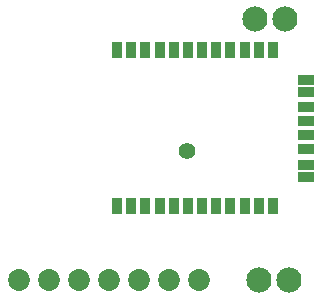
<source format=gbs>
G75*
G70*
%OFA0B0*%
%FSLAX24Y24*%
%IPPOS*%
%LPD*%
%AMOC8*
5,1,8,0,0,1.08239X$1,22.5*
%
%ADD10C,0.0840*%
%ADD11C,0.0730*%
%ADD12R,0.0330X0.0580*%
%ADD13R,0.0580X0.0330*%
%ADD14C,0.0555*%
D10*
X009575Y013785D03*
X010575Y013785D03*
X010696Y005086D03*
X009696Y005086D03*
D11*
X001695Y005085D03*
X002695Y005085D03*
X003695Y005085D03*
X004695Y005085D03*
X005695Y005085D03*
X006695Y005085D03*
X007695Y005085D03*
D12*
X007811Y007555D03*
X007338Y007555D03*
X006866Y007555D03*
X006394Y007555D03*
X005921Y007555D03*
X005449Y007555D03*
X004976Y007555D03*
X004976Y012752D03*
X005449Y012752D03*
X005921Y012752D03*
X006394Y012752D03*
X006866Y012752D03*
X007338Y012752D03*
X007811Y012752D03*
X008283Y012752D03*
X008756Y012752D03*
X009228Y012752D03*
X009701Y012752D03*
X010173Y012752D03*
X010173Y007555D03*
X009701Y007555D03*
X009228Y007555D03*
X008756Y007555D03*
X008283Y007555D03*
D13*
X011275Y008539D03*
X011275Y008933D03*
X011275Y009445D03*
X011275Y009917D03*
X011275Y010390D03*
X011275Y010862D03*
X011275Y011374D03*
X011275Y011768D03*
D14*
X007295Y009385D03*
M02*

</source>
